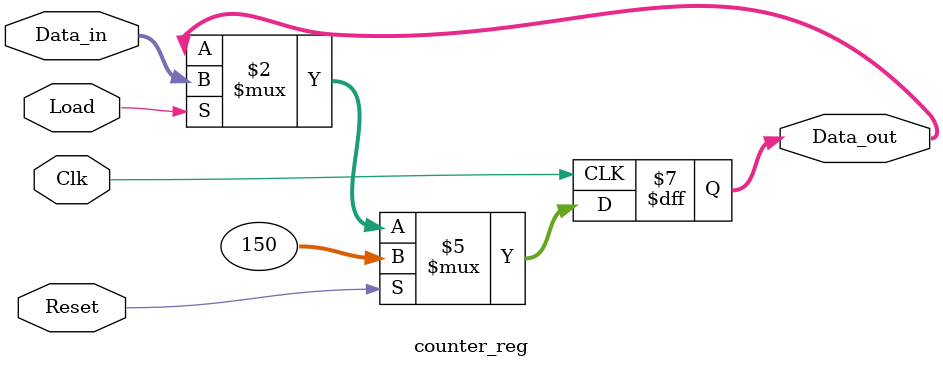
<source format=sv>
module counter_reg (input Clk, Reset, Load,
					input [31:0] Data_in,
					output logic [31:0] Data_out
);

			always_ff @(posedge Clk)
			begin
				if(Reset)
					Data_out <= 32'd150;
				else if(Load)
					Data_out <= Data_in;

			end
					
endmodule
</source>
